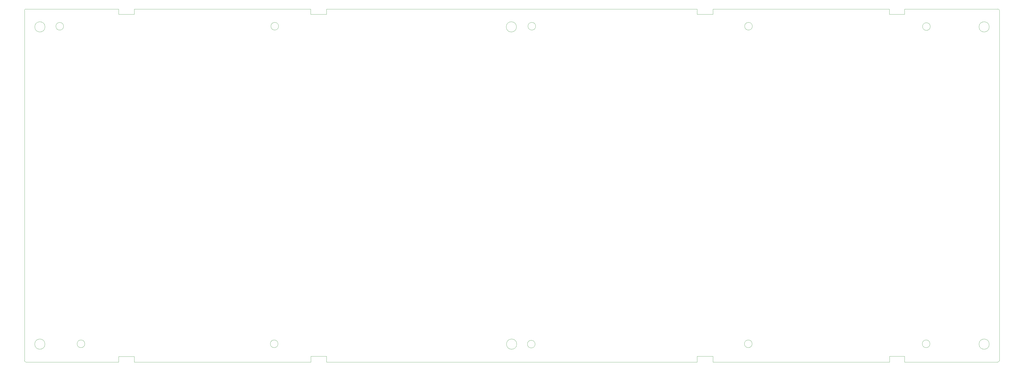
<source format=gm1>
G04 #@! TF.GenerationSoftware,KiCad,Pcbnew,(5.1.6)-1*
G04 #@! TF.CreationDate,2020-06-04T11:34:24+02:00*
G04 #@! TF.ProjectId,m0110a_qmk,6d303131-3061-45f7-916d-6b2e6b696361,rev?*
G04 #@! TF.SameCoordinates,Original*
G04 #@! TF.FileFunction,Profile,NP*
%FSLAX46Y46*%
G04 Gerber Fmt 4.6, Leading zero omitted, Abs format (unit mm)*
G04 Created by KiCad (PCBNEW (5.1.6)-1) date 2020-06-04 11:34:24*
%MOMM*%
%LPD*%
G01*
G04 APERTURE LIST*
G04 #@! TA.AperFunction,Profile*
%ADD10C,0.120000*%
G04 #@! TD*
G04 APERTURE END LIST*
D10*
X211407187Y-185166000D02*
G75*
G03*
X211407187Y-185166000I-2000000J0D01*
G01*
X27527000Y-185166000D02*
G75*
G03*
X27527000Y-185166000I-2000000J0D01*
G01*
X27542813Y-61214000D02*
G75*
G03*
X27542813Y-61214000I-2000000J0D01*
G01*
X211296000Y-61214000D02*
G75*
G03*
X211296000Y-61214000I-2000000J0D01*
G01*
X395573000Y-61214000D02*
G75*
G03*
X395573000Y-61214000I-2000000J0D01*
G01*
X372574576Y-61087000D02*
G75*
G03*
X372574576Y-61087000I-1500000J0D01*
G01*
X303232576Y-60960000D02*
G75*
G03*
X303232576Y-60960000I-1500000J0D01*
G01*
X218777576Y-60960000D02*
G75*
G03*
X218777576Y-60960000I-1500000J0D01*
G01*
X118574576Y-60960000D02*
G75*
G03*
X118574576Y-60960000I-1500000J0D01*
G01*
X34774000Y-60979424D02*
G75*
G03*
X34774000Y-60979424I-1500000J0D01*
G01*
X43048424Y-185039000D02*
G75*
G03*
X43048424Y-185039000I-1500000J0D01*
G01*
X118359424Y-185039000D02*
G75*
G03*
X118359424Y-185039000I-1500000J0D01*
G01*
X218562424Y-185166000D02*
G75*
G03*
X218562424Y-185166000I-1500000J0D01*
G01*
X303144424Y-185039000D02*
G75*
G03*
X303144424Y-185039000I-1500000J0D01*
G01*
X372467000Y-185039000D02*
G75*
G03*
X372467000Y-185039000I-1500000J0D01*
G01*
X395573000Y-185166000D02*
G75*
G03*
X395573000Y-185166000I-2000000J0D01*
G01*
X398907000Y-54229000D02*
G75*
G02*
X399542000Y-54864000I0J-635000D01*
G01*
X399542000Y-191516000D02*
G75*
G02*
X398907000Y-192151000I-635000J0D01*
G01*
X20066000Y-192151000D02*
G75*
G02*
X19558000Y-191643000I0J508000D01*
G01*
X19558000Y-54737000D02*
G75*
G02*
X20066000Y-54229000I508000J0D01*
G01*
X19558000Y-191643000D02*
X19558000Y-54737000D01*
X56261000Y-192151000D02*
X20066000Y-192151000D01*
X56261000Y-189992000D02*
X56261000Y-192151000D01*
X62357000Y-189992000D02*
X56261000Y-189992000D01*
X62357000Y-192151000D02*
X62357000Y-189992000D01*
X131191000Y-192151000D02*
X62357000Y-192151000D01*
X131191000Y-189865000D02*
X131191000Y-192151000D01*
X137287000Y-189865000D02*
X131191000Y-189865000D01*
X137287000Y-192151000D02*
X137287000Y-189865000D01*
X281686000Y-192151000D02*
X137287000Y-192151000D01*
X281686000Y-189865000D02*
X281686000Y-192151000D01*
X287909000Y-189865000D02*
X281686000Y-189865000D01*
X287909000Y-192151000D02*
X287909000Y-189865000D01*
X356743000Y-192151000D02*
X287909000Y-192151000D01*
X356743000Y-189865000D02*
X356743000Y-192151000D01*
X362585000Y-189865000D02*
X356743000Y-189865000D01*
X362585000Y-192151000D02*
X362585000Y-189865000D01*
X398907000Y-192151000D02*
X362585000Y-192151000D01*
X399542000Y-54864000D02*
X399542000Y-191516000D01*
X362585000Y-54229000D02*
X398907000Y-54229000D01*
X362585000Y-56261000D02*
X362585000Y-54229000D01*
X356616000Y-56261000D02*
X362585000Y-56261000D01*
X356616000Y-54229000D02*
X356616000Y-56261000D01*
X287909000Y-54229000D02*
X356616000Y-54229000D01*
X287909000Y-56261000D02*
X287909000Y-54229000D01*
X281686000Y-56261000D02*
X287909000Y-56261000D01*
X281686000Y-54229000D02*
X281686000Y-56261000D01*
X137287000Y-54229000D02*
X281686000Y-54229000D01*
X137287000Y-56261000D02*
X137287000Y-54229000D01*
X131064000Y-56261000D02*
X137287000Y-56261000D01*
X131064000Y-54229000D02*
X131064000Y-56261000D01*
X62357000Y-54229000D02*
X131064000Y-54229000D01*
X62357000Y-56261000D02*
X62357000Y-54229000D01*
X56261000Y-56261000D02*
X62357000Y-56261000D01*
X56261000Y-54229000D02*
X56261000Y-56261000D01*
X20066000Y-54229000D02*
X56261000Y-54229000D01*
M02*

</source>
